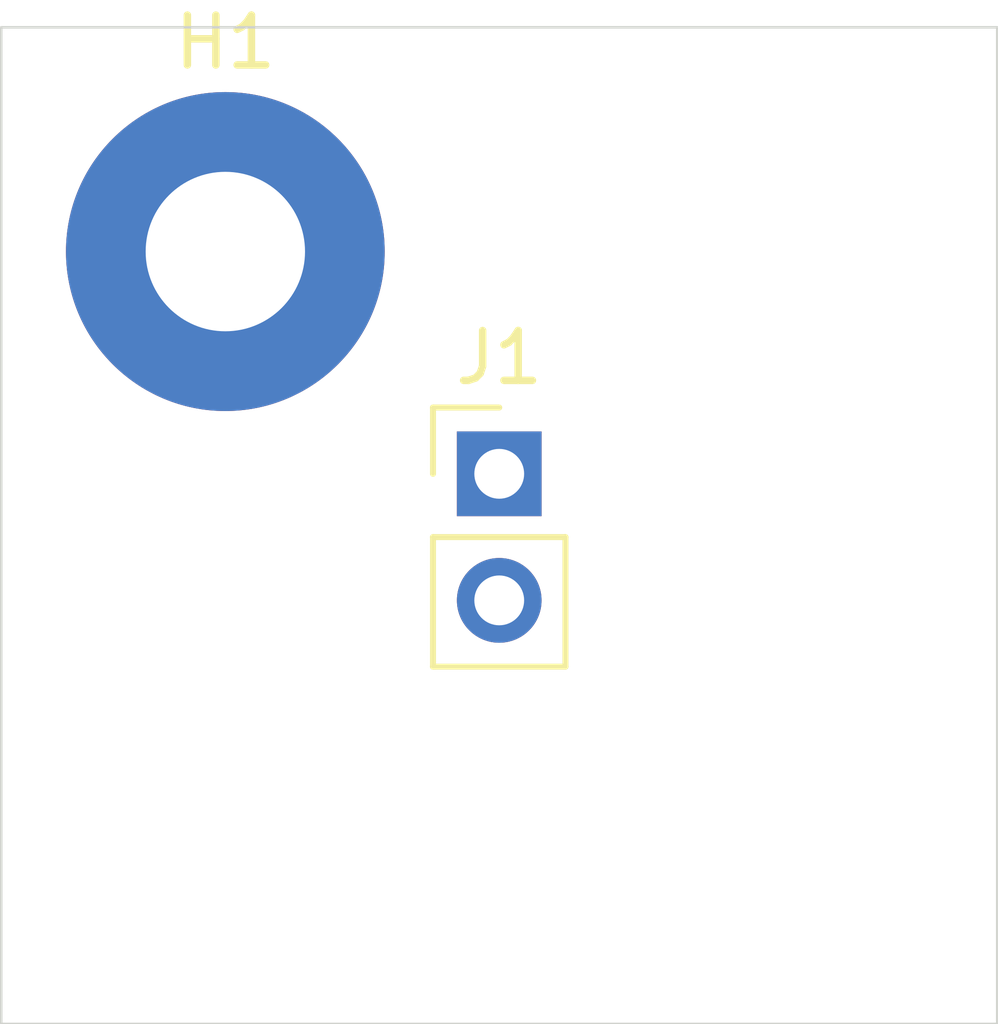
<source format=kicad_pcb>
(kicad_pcb (version 20240108) (generator "pcbnew") (generator_version "8.0")
  (layers (0 "F.Cu" signal) (31 "B.Cu" signal) (34 "B.Paste" user) (35 "F.Paste" user) (36 "B.SilkS" user "B.Silkscreen") (37 "F.SilkS" user "F.Silkscreen") (38 "B.Mask" user) (39 "F.Mask" user) (44 "Edge.Cuts" user))
  (net 0 "")
  (footprint "MountingHole:MountingHole_3.2mm_M3_Pad" (layer "F.Cu") (at 54.5 54.5)
    (property "Reference" "H1" (at 0 -4.2 0) (layer "F.SilkS"))
    (property "Value" "MountingHole_3.2mm_M3_Pad" (hide yes))
    (pad "1" thru_hole circle (at 0 0) (size 6.4 6.4) (drill 3.2) (layers "*.Cu" "*.Mask"))
  )
  (footprint "Connector_PinHeader_2.54mm:PinHeader_1x02_P2.54mm_Vertical" (layer "F.Cu") (at 60 58.96)
    (property "Reference" "J1" (at 0 -2.33 0) (layer "F.SilkS"))
    (property "Value" "Conn_01x02_Pin" (hide yes))
    (fp_line (start -1.33 -1.33) (end 0 -1.33) (stroke (width 0.12)) (layer "F.SilkS"))
    (fp_line (start -1.33 0) (end -1.33 -1.33) (stroke (width 0.12)) (layer "F.SilkS"))
    (fp_line (start -1.33 1.27) (end -1.33 3.87) (stroke (width 0.12)) (layer "F.SilkS"))
    (fp_line (start -1.33 1.27) (end 1.33 1.27) (stroke (width 0.12)) (layer "F.SilkS"))
    (fp_line (start -1.33 3.87) (end 1.33 3.87) (stroke (width 0.12)) (layer "F.SilkS"))
    (fp_line (start 1.33 1.27) (end 1.33 3.87) (stroke (width 0.12)) (layer "F.SilkS"))
    (pad "1" thru_hole rect (at 0 0) (size 1.7 1.7) (drill 1) (layers "*.Cu" "*.Mask"))
    (pad "2" thru_hole oval (at 0 2.54) (size 1.7 1.7) (drill 1) (layers "*.Cu" "*.Mask"))
  )
  (gr_rect (start 50 50) (end 70 70) (stroke (width 0.05)) (fill none) (layer "Edge.Cuts"))
)
</source>
